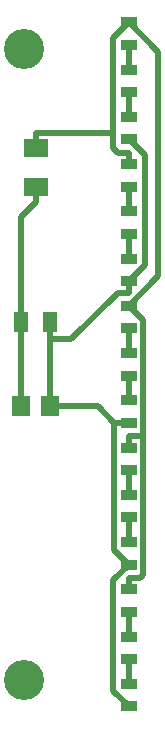
<source format=gtl>
G04 (created by PCBNEW-RS274X (2011-07-19)-testing) date Fri 30 Dec 2011 11:25:08 AM PST*
G01*
G70*
G90*
%MOIN*%
G04 Gerber Fmt 3.4, Leading zero omitted, Abs format*
%FSLAX34Y34*%
G04 APERTURE LIST*
%ADD10C,0.006000*%
%ADD11R,0.080000X0.060000*%
%ADD12R,0.055000X0.035000*%
%ADD13R,0.059100X0.070900*%
%ADD14R,0.047200X0.070900*%
%ADD15C,0.133900*%
%ADD16C,0.020000*%
G04 APERTURE END LIST*
G54D10*
G54D11*
X41260Y-45453D03*
X41260Y-44153D03*
G54D12*
X44370Y-62027D03*
X44370Y-62777D03*
X44370Y-60452D03*
X44370Y-61202D03*
X44370Y-58877D03*
X44370Y-59627D03*
X44370Y-57302D03*
X44370Y-58052D03*
X44370Y-55727D03*
X44370Y-56477D03*
X44370Y-54153D03*
X44370Y-54903D03*
X44370Y-52578D03*
X44370Y-53328D03*
X44370Y-51003D03*
X44370Y-51753D03*
X44370Y-49428D03*
X44370Y-50178D03*
X44370Y-47853D03*
X44370Y-48603D03*
X44370Y-46279D03*
X44370Y-47029D03*
X44370Y-44704D03*
X44370Y-45454D03*
X44370Y-43129D03*
X44370Y-43879D03*
X44370Y-41554D03*
X44370Y-42304D03*
X44370Y-39979D03*
X44370Y-40729D03*
G54D13*
X40768Y-52776D03*
X41752Y-52776D03*
G54D14*
X40768Y-49980D03*
X41752Y-49980D03*
G54D15*
X40870Y-61886D03*
X40870Y-40870D03*
G54D16*
X40768Y-52776D02*
X40768Y-49980D01*
X40768Y-46448D02*
X41260Y-45956D01*
X40768Y-49980D02*
X40768Y-46448D01*
X41260Y-45453D02*
X41260Y-45956D01*
X44370Y-48603D02*
X44370Y-48981D01*
X44898Y-48075D02*
X44370Y-48603D01*
X44898Y-44407D02*
X44898Y-48075D01*
X44370Y-43879D02*
X44898Y-44407D01*
X41752Y-49980D02*
X41752Y-50537D01*
X43992Y-48981D02*
X44370Y-48981D01*
X42436Y-50537D02*
X43992Y-48981D01*
X41752Y-50537D02*
X42436Y-50537D01*
X41752Y-50537D02*
X41752Y-52776D01*
X44370Y-53328D02*
X43892Y-53328D01*
X43882Y-53338D02*
X43892Y-53328D01*
X43320Y-52776D02*
X43882Y-53338D01*
X41752Y-52776D02*
X43320Y-52776D01*
X43882Y-57564D02*
X44370Y-58052D01*
X43882Y-53338D02*
X43882Y-57564D01*
X43842Y-62249D02*
X44370Y-62777D01*
X43842Y-58580D02*
X43842Y-62249D01*
X44370Y-58052D02*
X43842Y-58580D01*
X44370Y-56477D02*
X44370Y-57302D01*
X44370Y-59627D02*
X44370Y-60452D01*
X44370Y-61202D02*
X44370Y-62027D01*
X44370Y-40729D02*
X44370Y-41554D01*
X44370Y-42304D02*
X44370Y-43129D01*
X44370Y-45454D02*
X44370Y-46279D01*
X44370Y-47029D02*
X44370Y-47853D01*
X44370Y-50178D02*
X44370Y-51003D01*
X44370Y-51753D02*
X44370Y-52578D01*
X44370Y-54903D02*
X44370Y-55727D01*
X44370Y-44704D02*
X44370Y-44326D01*
X41260Y-44153D02*
X41260Y-43650D01*
X43846Y-43650D02*
X41260Y-43650D01*
X43846Y-40503D02*
X43846Y-43650D01*
X44370Y-39979D02*
X43846Y-40503D01*
X43992Y-44326D02*
X44370Y-44326D01*
X43846Y-44180D02*
X43992Y-44326D01*
X43846Y-43650D02*
X43846Y-44180D01*
X44370Y-54153D02*
X44370Y-53775D01*
X44370Y-58877D02*
X44370Y-58499D01*
X44849Y-53775D02*
X44370Y-53775D01*
X44748Y-58499D02*
X44370Y-58499D01*
X44849Y-58398D02*
X44748Y-58499D01*
X44849Y-53775D02*
X44849Y-58398D01*
X44849Y-49907D02*
X44370Y-49428D01*
X44849Y-53775D02*
X44849Y-49907D01*
X45352Y-40961D02*
X44370Y-39979D01*
X45352Y-48446D02*
X45352Y-40961D01*
X44370Y-49428D02*
X45352Y-48446D01*
M02*

</source>
